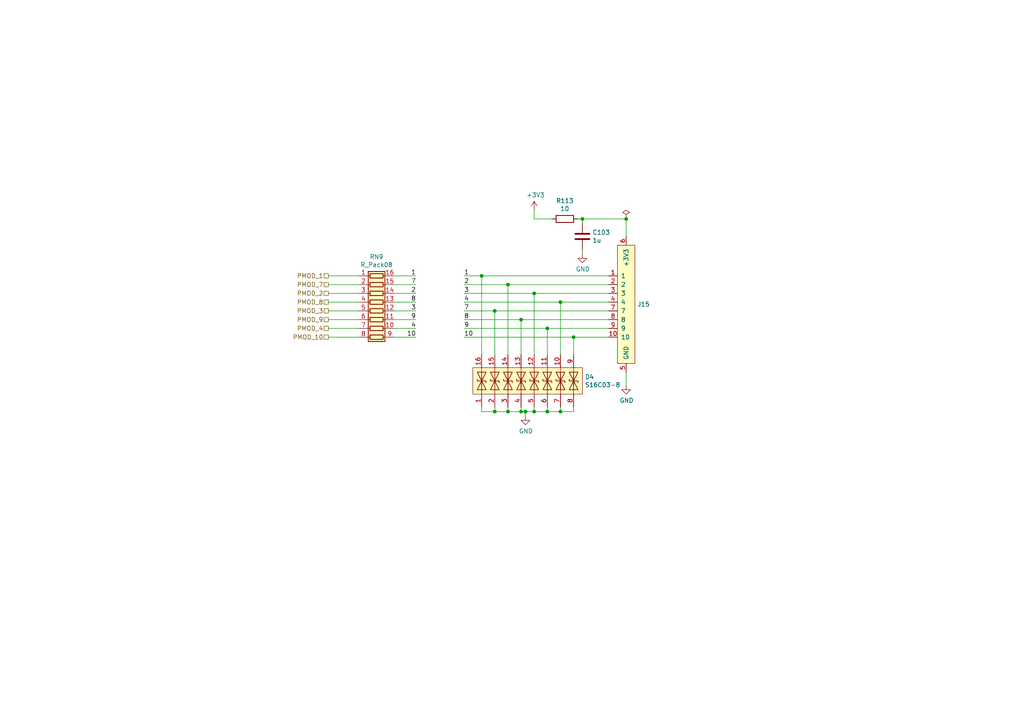
<source format=kicad_sch>
(kicad_sch (version 20210126) (generator eeschema)
  (paper "A4")
  (lib_symbols
    (symbol "Connector_WUT:Connector_PMOD_2x6_Host" (pin_names (offset 1.016))
      (property "Reference" "J" (at 0 19.05 0))
      (symbol "Connector_PMOD_2x6_Host_0_1"
        (rectangle (start -2.54 17.78) (end 2.54 -16.51) (fill (type background)))
      )
      (symbol "Connector_PMOD_2x6_Host_1_1"
        (pin bidirectional line (at 5.08 8.89 180) (length 2.54) (name "1") (number "1"))
        (pin bidirectional line (at 5.08 -8.89 180) (length 2.54) (name "10") (number "10"))
        (pin passive line (at 0 -19.05 90) (length 2.54) hide (name "GND") (number "11"))
        (pin passive line (at 0 20.32 270) (length 2.54) hide (name "+3V3") (number "12"))
        (pin bidirectional line (at 5.08 6.35 180) (length 2.54) (name "2") (number "2"))
        (pin bidirectional line (at 5.08 3.81 180) (length 2.54) (name "3") (number "3"))
        (pin bidirectional line (at 5.08 1.27 180) (length 2.54) (name "4") (number "4"))
        (pin power_in line (at 0 -19.05 90) (length 2.54) (name "GND") (number "5"))
        (pin power_in line (at 0 20.32 270) (length 2.54) (name "+3V3") (number "6"))
        (pin bidirectional line (at 5.08 -1.27 180) (length 2.54) (name "7") (number "7"))
        (pin bidirectional line (at 5.08 -3.81 180) (length 2.54) (name "8") (number "8"))
        (pin bidirectional line (at 5.08 -6.35 180) (length 2.54) (name "9") (number "9"))
      )
    )
    (symbol "Device:C" (pin_numbers hide) (pin_names (offset 0.254))
      (property "Reference" "C" (at 0.635 2.54 0))
      (property "Value" "C" (at 0.635 -2.54 0))
      (symbol "C_0_1"
        (polyline (pts (xy -2.032 -0.762) (xy 2.032 -0.762)) (stroke (width 0.508)))
        (polyline (pts (xy -2.032 0.762) (xy 2.032 0.762)) (stroke (width 0.508)))
      )
      (symbol "C_1_1"
        (pin passive line (at 0 3.81 270) (length 2.794) (name "~") (number "1"))
        (pin passive line (at 0 -3.81 90) (length 2.794) (name "~") (number "2"))
      )
    )
    (symbol "Device:R" (pin_numbers hide) (pin_names (offset 0))
      (property "Reference" "R" (at 2.032 0 90))
      (property "Value" "R" (at 0 0 90))
      (symbol "R_0_1"
        (rectangle (start -1.016 -2.54) (end 1.016 2.54) (stroke (width 0.254)))
      )
      (symbol "R_1_1"
        (pin passive line (at 0 3.81 270) (length 1.27) (name "~") (number "1"))
        (pin passive line (at 0 -3.81 90) (length 1.27) (name "~") (number "2"))
      )
    )
    (symbol "Device:R_Pack08" (pin_names (offset 0) hide)
      (property "Reference" "RN" (at -12.7 0 90))
      (property "Value" "R_Pack08" (at 10.16 0 90))
      (symbol "R_Pack08_0_1"
        (rectangle (start -10.795 1.905) (end -9.525 -1.905) (stroke (width 0.254)))
        (rectangle (start -8.255 1.905) (end -6.985 -1.905) (stroke (width 0.254)))
        (rectangle (start -5.715 1.905) (end -4.445 -1.905) (stroke (width 0.254)))
        (rectangle (start -3.175 1.905) (end -1.905 -1.905) (stroke (width 0.254)))
        (rectangle (start -0.635 1.905) (end 0.635 -1.905) (stroke (width 0.254)))
        (rectangle (start 1.905 1.905) (end 3.175 -1.905) (stroke (width 0.254)))
        (rectangle (start 4.445 1.905) (end 5.715 -1.905) (stroke (width 0.254)))
        (rectangle (start 6.985 1.905) (end 8.255 -1.905) (stroke (width 0.254)))
        (rectangle (start -11.43 -2.413) (end 8.89 2.413) (stroke (width 0.254)) (fill (type background)))
        (polyline (pts (xy -10.16 -2.54) (xy -10.16 -1.905)))
        (polyline (pts (xy -10.16 1.905) (xy -10.16 2.54)))
        (polyline (pts (xy -7.62 -2.54) (xy -7.62 -1.905)))
        (polyline (pts (xy -7.62 1.905) (xy -7.62 2.54)))
        (polyline (pts (xy -5.08 -2.54) (xy -5.08 -1.905)))
        (polyline (pts (xy -5.08 1.905) (xy -5.08 2.54)))
        (polyline (pts (xy -2.54 -2.54) (xy -2.54 -1.905)))
        (polyline (pts (xy -2.54 1.905) (xy -2.54 2.54)))
        (polyline (pts (xy 0 -2.54) (xy 0 -1.905)))
        (polyline (pts (xy 0 1.905) (xy 0 2.54)))
        (polyline (pts (xy 2.54 -2.54) (xy 2.54 -1.905)))
        (polyline (pts (xy 2.54 1.905) (xy 2.54 2.54)))
        (polyline (pts (xy 5.08 -2.54) (xy 5.08 -1.905)))
        (polyline (pts (xy 5.08 1.905) (xy 5.08 2.54)))
        (polyline (pts (xy 7.62 -2.54) (xy 7.62 -1.905)))
        (polyline (pts (xy 7.62 1.905) (xy 7.62 2.54)))
      )
      (symbol "R_Pack08_1_1"
        (pin passive line (at -10.16 -5.08 90) (length 2.54) (name "R1.1") (number "1"))
        (pin passive line (at 5.08 5.08 270) (length 2.54) (name "R7.2") (number "10"))
        (pin passive line (at 2.54 5.08 270) (length 2.54) (name "R6.2") (number "11"))
        (pin passive line (at 0 5.08 270) (length 2.54) (name "R5.2") (number "12"))
        (pin passive line (at -2.54 5.08 270) (length 2.54) (name "R4.2") (number "13"))
        (pin passive line (at -5.08 5.08 270) (length 2.54) (name "R3.2") (number "14"))
        (pin passive line (at -7.62 5.08 270) (length 2.54) (name "R2.2") (number "15"))
        (pin passive line (at -10.16 5.08 270) (length 2.54) (name "R1.2") (number "16"))
        (pin passive line (at -7.62 -5.08 90) (length 2.54) (name "R2.1") (number "2"))
        (pin passive line (at -5.08 -5.08 90) (length 2.54) (name "R3.1") (number "3"))
        (pin passive line (at -2.54 -5.08 90) (length 2.54) (name "R4.1") (number "4"))
        (pin passive line (at 0 -5.08 90) (length 2.54) (name "R5.1") (number "5"))
        (pin passive line (at 2.54 -5.08 90) (length 2.54) (name "R6.1") (number "6"))
        (pin passive line (at 5.08 -5.08 90) (length 2.54) (name "R7.1") (number "7"))
        (pin passive line (at 7.62 -5.08 90) (length 2.54) (name "R8.1") (number "8"))
        (pin passive line (at 7.62 5.08 270) (length 2.54) (name "R8.2") (number "9"))
      )
    )
    (symbol "IC_WUT:S16C03-8" (pin_names (offset 1.016))
      (property "Reference" "D" (at 0 8.89 0))
      (property "Value" "S16C03-8" (at 0 -27.94 0))
      (symbol "S16C03-8_0_1"
        (rectangle (start -3.81 6.35) (end 3.81 -25.4) (fill (type background)))
        (polyline (pts (xy -3.81 -19.05) (xy 3.81 -19.05)))
        (polyline (pts (xy -3.81 -15.24) (xy 3.81 -15.24)))
        (polyline (pts (xy -3.81 -11.43) (xy 3.81 -11.43)))
        (polyline (pts (xy -3.81 -7.62) (xy 3.81 -7.62)))
        (polyline (pts (xy -3.81 -3.81) (xy 3.81 -3.81)))
        (polyline (pts (xy -3.81 0) (xy 5.08 0)))
        (polyline (pts (xy -3.81 3.81) (xy 3.81 3.81)))
        (polyline (pts (xy -2.54 3.81) (xy 2.54 3.81)))
        (polyline (pts (xy 3.81 -22.86) (xy -3.81 -22.86)))
      )
      (symbol "S16C03-8_1_1"
        (polyline (pts (xy -2.54 -22.86) (xy 2.54 -22.86)))
        (polyline (pts (xy -2.54 -19.05) (xy 2.54 -19.05)))
        (polyline (pts (xy -2.54 -15.24) (xy 2.54 -15.24)))
        (polyline (pts (xy -2.54 -11.43) (xy 2.54 -11.43)))
        (polyline (pts (xy -2.54 -7.62) (xy 2.54 -7.62)))
        (polyline (pts (xy -2.54 -3.81) (xy 2.54 -3.81)))
        (polyline (pts (xy -2.54 0) (xy 2.54 0)))
        (polyline (pts (xy 1.27 -22.86) (xy -1.27 -22.86)))
        (polyline (pts (xy 1.27 -19.05) (xy -1.27 -19.05)))
        (polyline (pts (xy 1.27 -15.24) (xy -1.27 -15.24)))
        (polyline (pts (xy 1.27 -11.43) (xy -1.27 -11.43)))
        (polyline (pts (xy 1.27 -7.62) (xy -1.27 -7.62)))
        (polyline (pts (xy 1.27 -3.81) (xy -1.27 -3.81)))
        (polyline (pts (xy 1.27 0) (xy -1.27 0)))
        (polyline (pts (xy 1.27 3.81) (xy -1.27 3.81)))
        (polyline (pts (xy -2.54 -24.13) (xy 0 -22.86) (xy -2.54 -21.59) (xy -2.54 -24.13)) (stroke (width 0.2032)))
        (polyline (pts (xy -2.54 -20.32) (xy 0 -19.05) (xy -2.54 -17.78) (xy -2.54 -20.32)) (stroke (width 0.2032)))
        (polyline (pts (xy -2.54 -16.51) (xy 0 -15.24) (xy -2.54 -13.97) (xy -2.54 -16.51)) (stroke (width 0.2032)))
        (polyline (pts (xy -2.54 -12.7) (xy 0 -11.43) (xy -2.54 -10.16) (xy -2.54 -12.7)) (stroke (width 0.2032)))
        (polyline (pts (xy -2.54 -8.89) (xy 0 -7.62) (xy -2.54 -6.35) (xy -2.54 -8.89)) (stroke (width 0.2032)))
        (polyline (pts (xy -2.54 -5.08) (xy 0 -3.81) (xy -2.54 -2.54) (xy -2.54 -5.08)) (stroke (width 0.2032)))
        (polyline (pts (xy -2.54 -1.27) (xy 0 0) (xy -2.54 1.27) (xy -2.54 -1.27)) (stroke (width 0.2032)))
        (polyline (pts (xy -2.54 2.54) (xy 0 3.81) (xy -2.54 5.08) (xy -2.54 2.54)) (stroke (width 0.2032)))
        (polyline (pts (xy 0.508 -21.59) (xy 0 -21.59) (xy 0 -24.13) (xy -0.508 -24.13)) (stroke (width 0.2032)))
        (polyline (pts (xy 0.508 -17.78) (xy 0 -17.78) (xy 0 -20.32) (xy -0.508 -20.32)) (stroke (width 0.2032)))
        (polyline (pts (xy 0.508 -13.97) (xy 0 -13.97) (xy 0 -16.51) (xy -0.508 -16.51)) (stroke (width 0.2032)))
        (polyline (pts (xy 0.508 -10.16) (xy 0 -10.16) (xy 0 -12.7) (xy -0.508 -12.7)) (stroke (width 0.2032)))
        (polyline (pts (xy 0.508 -6.35) (xy 0 -6.35) (xy 0 -8.89) (xy -0.508 -8.89)) (stroke (width 0.2032)))
        (polyline (pts (xy 0.508 -2.54) (xy 0 -2.54) (xy 0 -5.08) (xy -0.508 -5.08)) (stroke (width 0.2032)))
        (polyline (pts (xy 0.508 1.27) (xy 0 1.27) (xy 0 -1.27) (xy -0.508 -1.27)) (stroke (width 0.2032)))
        (polyline (pts (xy 0.508 5.08) (xy 0 5.08) (xy 0 2.54) (xy -0.508 2.54)) (stroke (width 0.2032)))
        (polyline (pts (xy 2.54 -21.59) (xy 2.54 -24.13) (xy 0 -22.86) (xy 2.54 -21.59)) (stroke (width 0.2032)))
        (polyline (pts (xy 2.54 -17.78) (xy 2.54 -20.32) (xy 0 -19.05) (xy 2.54 -17.78)) (stroke (width 0.2032)))
        (polyline (pts (xy 2.54 -13.97) (xy 2.54 -16.51) (xy 0 -15.24) (xy 2.54 -13.97)) (stroke (width 0.2032)))
        (polyline (pts (xy 2.54 -10.16) (xy 2.54 -12.7) (xy 0 -11.43) (xy 2.54 -10.16)) (stroke (width 0.2032)))
        (polyline (pts (xy 2.54 -6.35) (xy 2.54 -8.89) (xy 0 -7.62) (xy 2.54 -6.35)) (stroke (width 0.2032)))
        (polyline (pts (xy 2.54 -2.54) (xy 2.54 -5.08) (xy 0 -3.81) (xy 2.54 -2.54)) (stroke (width 0.2032)))
        (polyline (pts (xy 2.54 1.27) (xy 2.54 -1.27) (xy 0 0) (xy 2.54 1.27)) (stroke (width 0.2032)))
        (polyline (pts (xy 2.54 5.08) (xy 2.54 2.54) (xy 0 3.81) (xy 2.54 5.08)) (stroke (width 0.2032)))
        (pin passive line (at -7.62 3.81 0) (length 3.81) (name "~") (number "1"))
        (pin passive line (at 7.62 -19.05 180) (length 3.81) (name "~") (number "10"))
        (pin passive line (at 7.62 -15.24 180) (length 3.81) (name "~") (number "11"))
        (pin passive line (at 7.62 -11.43 180) (length 3.81) (name "~") (number "12"))
        (pin passive line (at 7.62 -7.62 180) (length 3.81) (name "~") (number "13"))
        (pin passive line (at 7.62 -3.81 180) (length 3.81) (name "~") (number "14"))
        (pin passive line (at 7.62 0 180) (length 3.81) (name "~") (number "15"))
        (pin passive line (at 7.62 3.81 180) (length 3.81) (name "~") (number "16"))
        (pin passive line (at -7.62 0 0) (length 3.81) (name "~") (number "2"))
        (pin passive line (at -7.62 -3.81 0) (length 3.81) (name "~") (number "3"))
        (pin passive line (at -7.62 -7.62 0) (length 3.81) (name "~") (number "4"))
        (pin passive line (at -7.62 -11.43 0) (length 3.81) (name "~") (number "5"))
        (pin passive line (at -7.62 -15.24 0) (length 3.81) (name "~") (number "6"))
        (pin passive line (at -7.62 -19.05 0) (length 3.81) (name "~") (number "7"))
        (pin passive line (at -7.62 -22.86 0) (length 3.81) (name "~") (number "8"))
        (pin passive line (at 7.62 -22.86 180) (length 3.81) (name "~") (number "9"))
      )
    )
    (symbol "power:+3.3V" (power) (pin_names (offset 0))
      (property "Value" "+3.3V" (at 0 3.556 0))
      (symbol "+3.3V_0_1"
        (polyline (pts (xy -0.762 1.27) (xy 0 2.54)))
        (polyline (pts (xy 0 0) (xy 0 2.54)))
        (polyline (pts (xy 0 2.54) (xy 0.762 1.27)))
      )
      (symbol "+3.3V_1_1"
        (pin power_in line (at 0 0 90) (length 0) hide (name "+3V3") (number "1"))
      )
    )
    (symbol "power:GND" (power) (pin_names (offset 0))
      (property "Value" "GND" (at 0 -3.81 0))
      (symbol "GND_0_1"
        (polyline (pts (xy 0 0) (xy 0 -1.27) (xy 1.27 -1.27) (xy 0 -2.54) (xy -1.27 -1.27) (xy 0 -1.27)))
      )
      (symbol "GND_1_1"
        (pin power_in line (at 0 0 270) (length 0) hide (name "GND") (number "1"))
      )
    )
    (symbol "power:PWR_FLAG" (power) (pin_numbers hide) (pin_names (offset 0) hide)
      (property "Value" "PWR_FLAG" (at 0 3.81 0))
      (symbol "PWR_FLAG_0_0"
        (pin power_out line (at 0 0 90) (length 0) (name "pwr") (number "1"))
      )
      (symbol "PWR_FLAG_0_1"
        (polyline (pts (xy 0 0) (xy 0 1.27) (xy -1.016 1.905) (xy 0 2.54) (xy 1.016 1.905) (xy 0 1.27)))
      )
    )
  )
  (junction (at 139.7 80.01) (diameter 0.9144))
  (junction (at 143.51 90.17) (diameter 0.9144))
  (junction (at 143.51 119.38) (diameter 0.9144))
  (junction (at 147.32 82.55) (diameter 0.9144))
  (junction (at 147.32 119.38) (diameter 0.9144))
  (junction (at 151.13 92.71) (diameter 0.9144))
  (junction (at 151.13 119.38) (diameter 0.9144))
  (junction (at 152.4 119.38) (diameter 0.9144))
  (junction (at 154.94 85.09) (diameter 0.9144))
  (junction (at 154.94 119.38) (diameter 0.9144))
  (junction (at 158.75 95.25) (diameter 0.9144))
  (junction (at 158.75 119.38) (diameter 0.9144))
  (junction (at 162.56 87.63) (diameter 0.9144))
  (junction (at 162.56 119.38) (diameter 0.9144))
  (junction (at 166.37 97.79) (diameter 0.9144))
  (junction (at 168.91 63.5) (diameter 0.9144))
  (junction (at 181.61 63.5) (diameter 0.9144))
  (wire (pts (xy 104.14 80.01) (xy 95.25 80.01)))
  (wire (pts (xy 104.14 82.55) (xy 95.25 82.55)))
  (wire (pts (xy 104.14 85.09) (xy 95.25 85.09)))
  (wire (pts (xy 104.14 87.63) (xy 95.25 87.63)))
  (wire (pts (xy 104.14 90.17) (xy 95.25 90.17)))
  (wire (pts (xy 104.14 92.71) (xy 95.25 92.71)))
  (wire (pts (xy 104.14 95.25) (xy 95.25 95.25)))
  (wire (pts (xy 104.14 97.79) (xy 95.25 97.79)))
  (wire (pts (xy 114.3 80.01) (xy 120.65 80.01)))
  (wire (pts (xy 114.3 82.55) (xy 120.65 82.55)))
  (wire (pts (xy 114.3 85.09) (xy 120.65 85.09)))
  (wire (pts (xy 114.3 87.63) (xy 120.65 87.63)))
  (wire (pts (xy 114.3 90.17) (xy 120.65 90.17)))
  (wire (pts (xy 114.3 92.71) (xy 120.65 92.71)))
  (wire (pts (xy 114.3 95.25) (xy 120.65 95.25)))
  (wire (pts (xy 114.3 97.79) (xy 120.65 97.79)))
  (wire (pts (xy 134.62 80.01) (xy 139.7 80.01)))
  (wire (pts (xy 134.62 82.55) (xy 147.32 82.55)))
  (wire (pts (xy 134.62 85.09) (xy 154.94 85.09)))
  (wire (pts (xy 134.62 87.63) (xy 162.56 87.63)))
  (wire (pts (xy 134.62 90.17) (xy 143.51 90.17)))
  (wire (pts (xy 134.62 92.71) (xy 151.13 92.71)))
  (wire (pts (xy 134.62 95.25) (xy 158.75 95.25)))
  (wire (pts (xy 134.62 97.79) (xy 166.37 97.79)))
  (wire (pts (xy 139.7 80.01) (xy 176.53 80.01)))
  (wire (pts (xy 139.7 102.87) (xy 139.7 80.01)))
  (wire (pts (xy 139.7 118.11) (xy 139.7 119.38)))
  (wire (pts (xy 139.7 119.38) (xy 143.51 119.38)))
  (wire (pts (xy 143.51 90.17) (xy 176.53 90.17)))
  (wire (pts (xy 143.51 102.87) (xy 143.51 90.17)))
  (wire (pts (xy 143.51 118.11) (xy 143.51 119.38)))
  (wire (pts (xy 143.51 119.38) (xy 147.32 119.38)))
  (wire (pts (xy 147.32 82.55) (xy 176.53 82.55)))
  (wire (pts (xy 147.32 102.87) (xy 147.32 82.55)))
  (wire (pts (xy 147.32 118.11) (xy 147.32 119.38)))
  (wire (pts (xy 147.32 119.38) (xy 151.13 119.38)))
  (wire (pts (xy 151.13 92.71) (xy 176.53 92.71)))
  (wire (pts (xy 151.13 102.87) (xy 151.13 92.71)))
  (wire (pts (xy 151.13 118.11) (xy 151.13 119.38)))
  (wire (pts (xy 151.13 119.38) (xy 152.4 119.38)))
  (wire (pts (xy 152.4 119.38) (xy 154.94 119.38)))
  (wire (pts (xy 152.4 120.65) (xy 152.4 119.38)))
  (wire (pts (xy 154.94 60.96) (xy 154.94 63.5)))
  (wire (pts (xy 154.94 63.5) (xy 160.02 63.5)))
  (wire (pts (xy 154.94 85.09) (xy 154.94 102.87)))
  (wire (pts (xy 154.94 85.09) (xy 176.53 85.09)))
  (wire (pts (xy 154.94 118.11) (xy 154.94 119.38)))
  (wire (pts (xy 154.94 119.38) (xy 158.75 119.38)))
  (wire (pts (xy 158.75 95.25) (xy 176.53 95.25)))
  (wire (pts (xy 158.75 102.87) (xy 158.75 95.25)))
  (wire (pts (xy 158.75 118.11) (xy 158.75 119.38)))
  (wire (pts (xy 158.75 119.38) (xy 162.56 119.38)))
  (wire (pts (xy 162.56 87.63) (xy 176.53 87.63)))
  (wire (pts (xy 162.56 102.87) (xy 162.56 87.63)))
  (wire (pts (xy 162.56 118.11) (xy 162.56 119.38)))
  (wire (pts (xy 162.56 119.38) (xy 166.37 119.38)))
  (wire (pts (xy 166.37 97.79) (xy 176.53 97.79)))
  (wire (pts (xy 166.37 102.87) (xy 166.37 97.79)))
  (wire (pts (xy 166.37 119.38) (xy 166.37 118.11)))
  (wire (pts (xy 167.64 63.5) (xy 168.91 63.5)))
  (wire (pts (xy 168.91 63.5) (xy 181.61 63.5)))
  (wire (pts (xy 168.91 64.77) (xy 168.91 63.5)))
  (wire (pts (xy 168.91 73.66) (xy 168.91 72.39)))
  (wire (pts (xy 181.61 63.5) (xy 181.61 68.58)))
  (wire (pts (xy 181.61 111.76) (xy 181.61 107.95)))
  (label "1" (at 120.65 80.01 180))
  (label "7" (at 120.65 82.55 180))
  (label "2" (at 120.65 85.09 180))
  (label "8" (at 120.65 87.63 180))
  (label "3" (at 120.65 90.17 180))
  (label "9" (at 120.65 92.71 180))
  (label "4" (at 120.65 95.25 180))
  (label "10" (at 120.65 97.79 180))
  (label "1" (at 134.62 80.01 0))
  (label "2" (at 134.62 82.55 0))
  (label "3" (at 134.62 85.09 0))
  (label "4" (at 134.62 87.63 0))
  (label "7" (at 134.62 90.17 0))
  (label "8" (at 134.62 92.71 0))
  (label "9" (at 134.62 95.25 0))
  (label "10" (at 134.62 97.79 0))
  (hierarchical_label "PMOD_1" (shape passive) (at 95.25 80.01 180))
  (hierarchical_label "PMOD_7" (shape passive) (at 95.25 82.55 180))
  (hierarchical_label "PMOD_2" (shape passive) (at 95.25 85.09 180))
  (hierarchical_label "PMOD_8" (shape passive) (at 95.25 87.63 180))
  (hierarchical_label "PMOD_3" (shape passive) (at 95.25 90.17 180))
  (hierarchical_label "PMOD_9" (shape passive) (at 95.25 92.71 180))
  (hierarchical_label "PMOD_4" (shape passive) (at 95.25 95.25 180))
  (hierarchical_label "PMOD_10" (shape passive) (at 95.25 97.79 180))
  (symbol (lib_id "power:+3.3V") (at 154.94 60.96 0)
    (property "Reference" "#PWR0166" (effects hide))
    (property "Value" "+3.3V" (at 155.321 56.5658 0))
  )
  (symbol (lib_id "power:PWR_FLAG") (at 181.61 63.5 0)
    (property "Reference" "#FLG025" (effects hide))
    (property "Value" "PWR_FLAG" (effects hide))
  )
  (symbol (lib_id "power:GND") (at 152.4 120.65 0)
    (property "Reference" "#PWR0169" (effects hide))
    (property "Value" "GND" (at 152.527 125.0442 0))
  )
  (symbol (lib_id "power:GND") (at 168.91 73.66 0)
    (property "Reference" "#PWR0167" (effects hide))
    (property "Value" "GND" (at 169.037 78.0542 0))
  )
  (symbol (lib_id "power:GND") (at 181.61 111.76 0)
    (property "Reference" "#PWR0168" (effects hide))
    (property "Value" "GND" (at 181.737 116.1542 0))
  )
  (symbol (lib_id "Device:R") (at 163.83 63.5 270)
    (property "Reference" "R113" (at 163.83 58.2422 90))
    (property "Value" "10" (at 163.83 60.5536 90))
    (property "Footprint" "Resistor_SMD:R_0603_1608Metric" (effects hide))
  )
  (symbol (lib_id "Device:C") (at 168.91 68.58 0)
    (property "Reference" "C103" (at 171.831 67.4116 0) (effects (justify left)))
    (property "Value" "1u" (at 171.831 69.723 0) (effects (justify left)))
    (property "Footprint" "Capacitor_SMD:C_0603_1608Metric" (effects hide))
  )
  (symbol (lib_id "Device:R_Pack08") (at 109.22 90.17 270)
    (property "Reference" "RN9" (at 109.22 74.4982 90))
    (property "Value" "R_Pack08" (at 109.22 76.8096 90))
    (property "Footprint" "Resistor_SMD:R_Array_Convex_8x0602" (effects hide))
  )
  (symbol (lib_id "Connector_WUT:Connector_PMOD_2x6_Host") (at 181.61 88.9 0) (mirror y)
    (property "Reference" "J15" (at 184.8612 88.265 0) (effects (justify right)))
    (property "Value" "Connector_PMOD_2x6_Host" (effects hide))
    (property "Footprint" "Connector_WUT:PMOD_Wurth_613012243121_Horizontal_Host" (effects hide))
  )
  (symbol (lib_id "IC_WUT:S16C03-8") (at 143.51 110.49 90)
    (property "Reference" "D4" (at 169.6212 109.3216 90) (effects (justify right)))
    (property "Value" "S16C03-8" (at 169.6212 111.633 90) (effects (justify right)))
    (property "Footprint" "Package_SO:SOIC-16_3.9x9.9mm_P1.27mm" (effects hide))
    (property "Datasheet" "http://www.smc-diodes.com/propdf/S16C03-8%20THRU%20S16C24-8%20N0289%20REV.A.pdf" (effects hide))
  )
)
</source>
